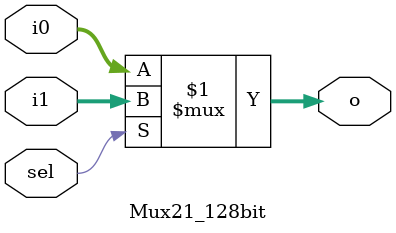
<source format=v>
module Mux21_128bit #(
    parameter VLEN = 128
) (
    input [VLEN-1:0] i0,
    input [VLEN-1:0] i1,
    input sel,
    output [VLEN-1:0] o
);
    assign o = (sel) ? i1 : i0;

endmodule
</source>
